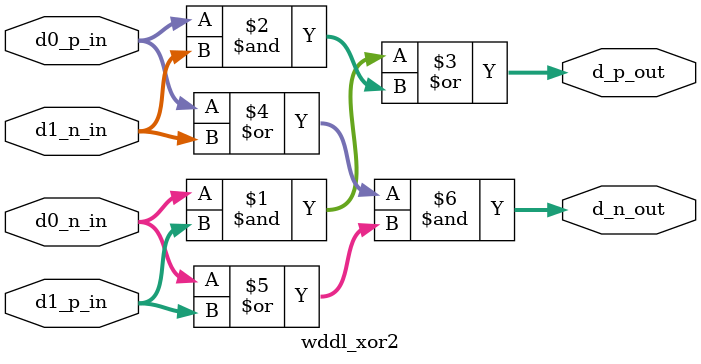
<source format=v>
module  wddl_xor2
(
 d0_p_in
,d0_n_in
,d1_p_in
,d1_n_in
,d_p_out
,d_n_out
);


input[7:0]   d0_p_in, d0_n_in;
input[7:0]   d1_p_in, d1_n_in;
output[7:0]   d_p_out, d_n_out;


assign  d_p_out = (d0_n_in & d1_p_in) | (d0_p_in & d1_n_in);
assign  d_n_out = (d0_p_in | d1_n_in) & (d0_n_in | d1_p_in);

endmodule


</source>
